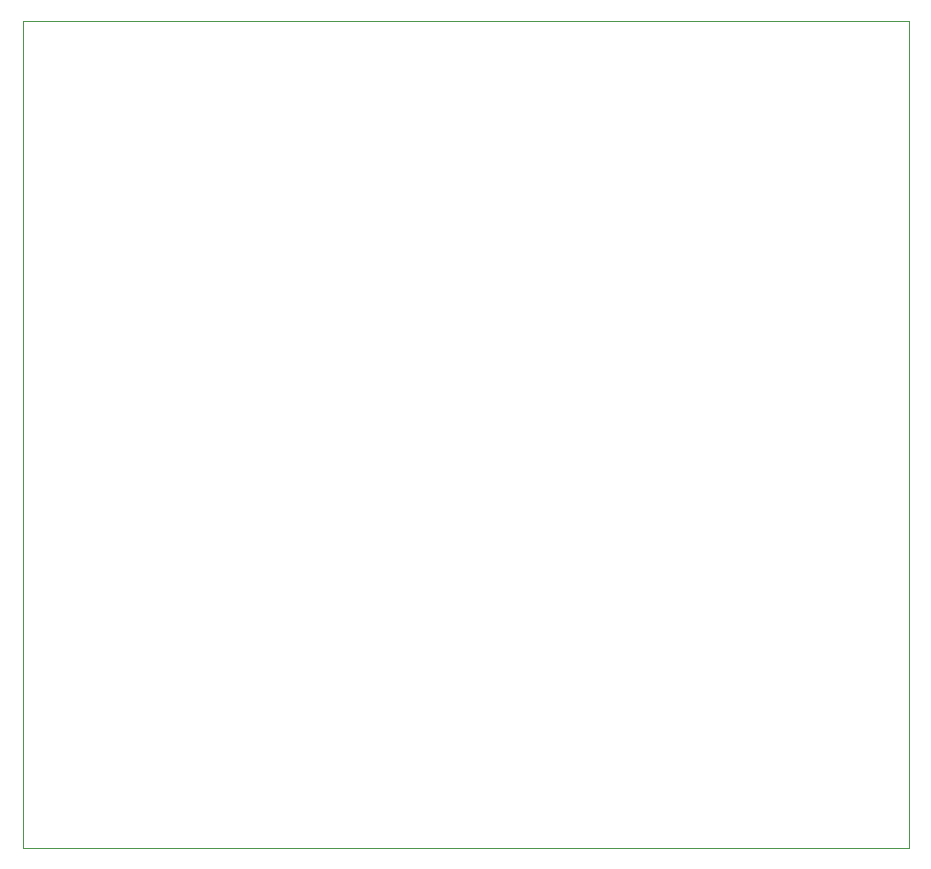
<source format=gbr>
%TF.GenerationSoftware,KiCad,Pcbnew,(7.0.0)*%
%TF.CreationDate,2023-03-16T10:25:32-04:00*%
%TF.ProjectId,EPOT_COMMAND_BOARD,45504f54-5f43-44f4-9d4d-414e445f424f,rev?*%
%TF.SameCoordinates,Original*%
%TF.FileFunction,Profile,NP*%
%FSLAX46Y46*%
G04 Gerber Fmt 4.6, Leading zero omitted, Abs format (unit mm)*
G04 Created by KiCad (PCBNEW (7.0.0)) date 2023-03-16 10:25:32*
%MOMM*%
%LPD*%
G01*
G04 APERTURE LIST*
%TA.AperFunction,Profile*%
%ADD10C,0.100000*%
%TD*%
G04 APERTURE END LIST*
D10*
X101600000Y-50800000D02*
X176600000Y-50800000D01*
X176600000Y-50800000D02*
X176600000Y-120800000D01*
X176600000Y-120800000D02*
X101600000Y-120800000D01*
X101600000Y-120800000D02*
X101600000Y-50800000D01*
M02*

</source>
